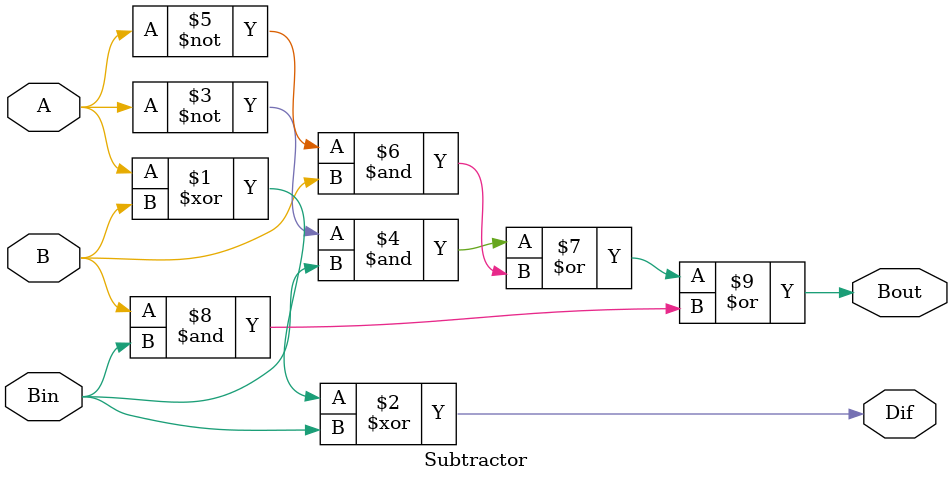
<source format=sv>
module Subtractor(
input logic A,B,Bin,
output logic Dif,Bout
    );
    assign Dif=A^B^Bin;
    assign Bout=~A&Bin|~A&B|B&Bin;
endmodule

</source>
